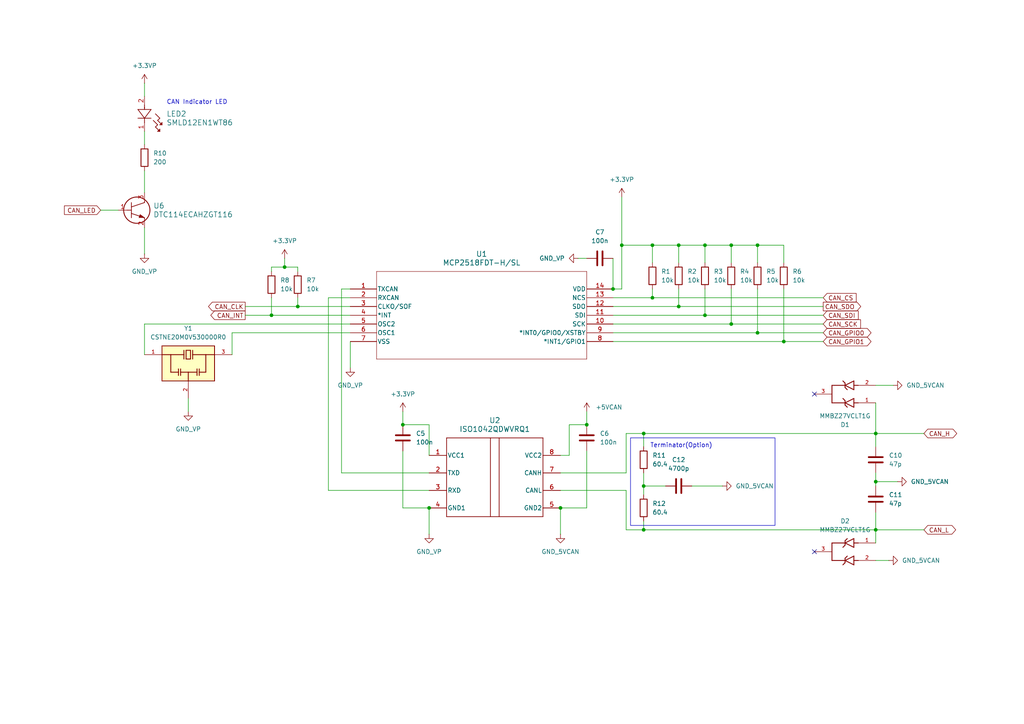
<source format=kicad_sch>
(kicad_sch (version 20250114) (generator "eeschema") (generator_version "9.0")
  (paper "A4")
  (title_block (title "CAN Isolation_Power Board") (date "2025-11-06") (rev "Ver.1.1") (company "ISHI-Kai"))
  (lib_symbols
    (symbol "CSTNE20M0V530000R0:CSTNE20M0V530000R0" (pin_names (offset 1.016))
      (property "Reference" "Y" (at -7.62 6.35 0))
      (property "Value" "CSTNE20M0V530000R0" (at 1.27 -6.35 0))
      (symbol "CSTNE20M0V530000R0_0_0"
        (polyline (pts (xy -7.62 2.54) (xy -5.08 2.54)) (stroke (width 0.254)))
        (rectangle (start -7.62 -5.08) (end 7.62 5.08) (stroke (width 0.254)) (fill (type background)))
        (polyline (pts (xy -5.08 2.54) (xy -1.27 2.54)) (stroke (width 0.254)))
        (polyline (pts (xy -5.08 -2.54) (xy -5.08 2.54)) (stroke (width 0.254)))
        (polyline (pts (xy -2.8575 -1.5875) (xy -2.8575 -2.54)) (stroke (width 0.254)))
        (polyline (pts (xy -2.8575 -2.54) (xy -5.08 -2.54)) (stroke (width 0.254)))
        (polyline (pts (xy -2.8575 -2.54) (xy -2.8575 -3.4925)) (stroke (width 0.254)))
        (polyline (pts (xy -2.2225 -1.5875) (xy -2.2225 -2.54)) (stroke (width 0.254)))
        (polyline (pts (xy -2.2225 -2.54) (xy -2.2225 -3.4925)) (stroke (width 0.254)))
        (polyline (pts (xy -1.27 3.81) (xy -1.27 2.54)) (stroke (width 0.254)))
        (polyline (pts (xy -1.27 2.54) (xy -1.27 1.27)) (stroke (width 0.254)))
        (polyline (pts (xy -0.635 3.81) (xy 0.635 3.81)) (stroke (width 0.254)))
        (polyline (pts (xy -0.635 1.27) (xy -0.635 3.81)) (stroke (width 0.254)))
        (polyline (pts (xy 0 -2.54) (xy -2.2225 -2.54)) (stroke (width 0.254)))
        (polyline (pts (xy 0 -2.54) (xy 2.54 -2.54)) (stroke (width 0.254)))
        (polyline (pts (xy 0 -5.08) (xy 0 -2.54)) (stroke (width 0.254)))
        (polyline (pts (xy 0.635 3.81) (xy 0.635 1.27)) (stroke (width 0.254)))
        (polyline (pts (xy 0.635 1.27) (xy -0.635 1.27)) (stroke (width 0.254)))
        (polyline (pts (xy 1.27 3.81) (xy 1.27 2.54)) (stroke (width 0.254)))
        (polyline (pts (xy 1.27 2.54) (xy 1.27 1.27)) (stroke (width 0.254)))
        (polyline (pts (xy 1.27 2.54) (xy 5.08 2.54)) (stroke (width 0.254)))
        (polyline (pts (xy 2.54 -1.5875) (xy 2.54 -2.54)) (stroke (width 0.254)))
        (polyline (pts (xy 2.54 -2.54) (xy 2.54 -3.4925)) (stroke (width 0.254)))
        (polyline (pts (xy 3.175 -1.5875) (xy 3.175 -2.54)) (stroke (width 0.254)))
        (polyline (pts (xy 3.175 -2.54) (xy 3.175 -3.4925)) (stroke (width 0.254)))
        (polyline (pts (xy 3.175 -2.54) (xy 5.08 -2.54)) (stroke (width 0.254)))
        (polyline (pts (xy 5.08 2.54) (xy 7.62 2.54)) (stroke (width 0.254)))
        (polyline (pts (xy 5.08 -2.54) (xy 5.08 2.54)) (stroke (width 0.254)))
        (pin input line (at -12.7 2.54 0) (length 5.08) (name "~") (number "1"))
        (pin power_in line (at 0 -10.16 90) (length 5.08) (name "~") (number "2"))
        (pin output line (at 12.7 2.54 180) (length 5.08) (name "~") (number "3"))
      )
    )
    (symbol "DTC114ECAHZGT116:DTC114ECAHZGT116" (pin_names (offset 0.254))
      (property "Reference" "U6" (at 10.16 1.2701 0))
      (property "Value" "DTC114ECAHZGT116" (at 10.16 -1.2699 0))
      (symbol "DTC114ECAHZGT116_0_1"
        (polyline (pts (xy 2.54 0) (xy 3.81 0)) (stroke (width 0.2032)))
        (polyline (pts (xy 3.81 0.9398) (xy 7.62 2.2098)) (stroke (width 0.2032)))
        (polyline (pts (xy 3.81 -0.9398) (xy 7.62 -2.2098)) (stroke (width 0.2032)))
        (polyline (pts (xy 3.81 -2.2098) (xy 3.81 2.2098)) (stroke (width 0.2032)))
        (circle (center 5.3848 0) (radius 3.81) (stroke (width 0.254)))
        (polyline (pts (xy 6.0198 -2.2098) (xy 6.35 -1.27) (xy 7.62 -2.2098)) (fill (type outline)))
        (polyline (pts (xy 7.62 2.2098) (xy 7.62 2.54)) (stroke (width 0.2032)))
        (polyline (pts (xy 7.62 -2.54) (xy 7.62 -2.2098)) (stroke (width 0.2032)))
        (pin unspecified line (at 7.62 5.08 270) (length 2.54) (name "") (number "3"))
      )
      (symbol "DTC114ECAHZGT116_1_1"
        (pin unspecified line (at 0 0 0) (length 2.54) (name "") (number "1"))
        (pin unspecified line (at 7.62 -5.08 90) (length 2.54) (name "") (number "2"))
      )
    )
    (symbol "Device:C" (pin_numbers (hide yes)) (pin_names (offset 0.254))
      (property "Reference" "C" (at 0.635 2.54 0))
      (property "Value" "C" (at 0.635 -2.54 0))
      (symbol "C_0_1"
        (polyline (pts (xy -2.032 0.762) (xy 2.032 0.762)) (stroke (width 0.508)))
        (polyline (pts (xy -2.032 -0.762) (xy 2.032 -0.762)) (stroke (width 0.508)))
      )
      (symbol "C_1_1"
        (pin passive line (at 0 3.81 270) (length 2.794) (name "~") (number "1"))
        (pin passive line (at 0 -3.81 90) (length 2.794) (name "~") (number "2"))
      )
    )
    (symbol "Device:R" (pin_numbers (hide yes)) (pin_names (offset 0))
      (property "Reference" "R" (at 2.032 0 90))
      (property "Value" "R" (at 0 0 90))
      (symbol "R_0_1"
        (rectangle (start -1.016 -2.54) (end 1.016 2.54) (stroke (width 0.254)))
      )
      (symbol "R_1_1"
        (pin passive line (at 0 3.81 270) (length 1.27) (name "~") (number "1"))
        (pin passive line (at 0 -3.81 90) (length 1.27) (name "~") (number "2"))
      )
    )
    (symbol "ISO1042QDWVRQ1:ISO1042QDWVRQ1" (pin_names (offset 0.254))
      (property "Reference" "U" (at 0 2.54 0))
      (property "Value" "ISO1042QDWVRQ1" (at 0 0 0))
      (symbol "ISO1042QDWVRQ1_0_1"
        (polyline (pts (xy 5.08 5.08) (xy 5.08 -17.78)) (stroke (width 0.2032)))
        (polyline (pts (xy 5.08 -17.78) (xy 33.02 -17.78)) (stroke (width 0.2032)))
        (polyline (pts (xy 17.78 5.08) (xy 17.78 -17.78)) (stroke (width 0.2032)))
        (polyline (pts (xy 20.32 5.08) (xy 20.32 -17.78)) (stroke (width 0.2032)))
        (polyline (pts (xy 33.02 5.08) (xy 5.08 5.08)) (stroke (width 0.2032)))
        (polyline (pts (xy 33.02 -17.78) (xy 33.02 5.08)) (stroke (width 0.2032)))
        (pin power_in line (at 0 0 0) (length 5.08) (name "VCC1") (number "1"))
        (pin input line (at 0 -5.08 0) (length 5.08) (name "TXD") (number "2"))
        (pin output line (at 0 -10.16 0) (length 5.08) (name "RXD") (number "3"))
        (pin power_in line (at 0 -15.24 0) (length 5.08) (name "GND1") (number "4"))
        (pin power_in line (at 38.1 0 180) (length 5.08) (name "VCC2") (number "8"))
        (pin bidirectional line (at 38.1 -5.08 180) (length 5.08) (name "CANH") (number "7"))
        (pin bidirectional line (at 38.1 -10.16 180) (length 5.08) (name "CANL") (number "6"))
        (pin power_in line (at 38.1 -15.24 180) (length 5.08) (name "GND2") (number "5"))
      )
    )
    (symbol "MCP2518FDT_H_SL:MCP2518FDT-H_SL" (pin_names (offset 0.254))
      (property "Reference" "U" (at 38.1 10.16 0))
      (property "Value" "MCP2518FDT-H/SL" (at 38.1 7.62 0))
      (symbol "MCP2518FDT-H_SL_0_1"
        (polyline (pts (xy 7.62 5.08) (xy 7.62 -20.32)) (stroke (width 0.127)))
        (polyline (pts (xy 7.62 -20.32) (xy 68.58 -20.32)) (stroke (width 0.127)))
        (polyline (pts (xy 68.58 5.08) (xy 7.62 5.08)) (stroke (width 0.127)))
        (polyline (pts (xy 68.58 -20.32) (xy 68.58 5.08)) (stroke (width 0.127)))
        (pin output line (at 0 0 0) (length 7.62) (name "TXCAN") (number "1"))
        (pin input line (at 0 -2.54 0) (length 7.62) (name "RXCAN") (number "2"))
        (pin output line (at 0 -5.08 0) (length 7.62) (name "CLKO/SOF") (number "3"))
        (pin output line (at 0 -7.62 0) (length 7.62) (name "*INT") (number "4"))
        (pin output line (at 0 -10.16 0) (length 7.62) (name "OSC2") (number "5"))
        (pin input line (at 0 -12.7 0) (length 7.62) (name "OSC1") (number "6"))
        (pin power_out line (at 0 -15.24 0) (length 7.62) (name "VSS") (number "7"))
        (pin power_in line (at 76.2 0 180) (length 7.62) (name "VDD") (number "14"))
        (pin input line (at 76.2 -2.54 180) (length 7.62) (name "NCS") (number "13"))
        (pin output line (at 76.2 -5.08 180) (length 7.62) (name "SDO") (number "12"))
        (pin input line (at 76.2 -7.62 180) (length 7.62) (name "SDI") (number "11"))
        (pin input line (at 76.2 -10.16 180) (length 7.62) (name "SCK") (number "10"))
        (pin bidirectional line (at 76.2 -12.7 180) (length 7.62) (name "*INT0/GPIO0/XSTBY") (number "9"))
        (pin bidirectional line (at 76.2 -15.24 180) (length 7.62) (name "*INT1/GPIO1") (number "8"))
      )
    )
    (symbol "MMBZ27VCLT1G:MMBZ27VCLT1G" (pin_names (offset 1.016))
      (property "Reference" "D" (at -7.62 5.08 0))
      (property "Value" "MMBZ27VCLT1G" (at -7.62 -6.35 0))
      (symbol "MMBZ27VCLT1G_0_0"
        (polyline (pts (xy -2.54 2.54) (xy -1.27 2.54)) (stroke (width 0.254)))
        (polyline (pts (xy -2.54 -2.54) (xy -1.27 -2.54)) (stroke (width 0.254)))
        (polyline (pts (xy -1.27 3.81) (xy -1.27 2.54)) (stroke (width 0.254)))
        (polyline (pts (xy -1.27 2.54) (xy -1.27 1.27)) (stroke (width 0.254)))
        (polyline (pts (xy -1.27 1.27) (xy 1.27 2.54)) (stroke (width 0.254)))
        (polyline (pts (xy -1.27 -1.27) (xy -1.27 -2.54)) (stroke (width 0.254)))
        (polyline (pts (xy -1.27 -2.54) (xy -1.27 -3.81)) (stroke (width 0.254)))
        (polyline (pts (xy -1.27 -3.81) (xy 1.27 -2.54)) (stroke (width 0.254)))
        (polyline (pts (xy 0.635 3.81) (xy 1.27 3.175)) (stroke (width 0.254)))
        (polyline (pts (xy 0.635 -1.27) (xy 1.27 -1.905)) (stroke (width 0.254)))
        (polyline (pts (xy 1.27 3.175) (xy 1.27 2.54)) (stroke (width 0.254)))
        (polyline (pts (xy 1.27 2.54) (xy -1.27 3.81)) (stroke (width 0.254)))
        (polyline (pts (xy 1.27 2.54) (xy 1.27 1.905)) (stroke (width 0.254)))
        (polyline (pts (xy 1.27 1.905) (xy 1.905 1.27)) (stroke (width 0.254)))
        (polyline (pts (xy 1.27 -1.905) (xy 1.27 -2.54)) (stroke (width 0.254)))
        (polyline (pts (xy 1.27 -2.54) (xy -1.27 -1.27)) (stroke (width 0.254)))
        (polyline (pts (xy 1.27 -2.54) (xy 1.27 -3.175)) (stroke (width 0.254)))
        (polyline (pts (xy 1.27 -3.175) (xy 1.905 -3.81)) (stroke (width 0.254)))
        (polyline (pts (xy 5.08 2.54) (xy 1.27 2.54)) (stroke (width 0.254)))
        (polyline (pts (xy 5.08 2.54) (xy 5.08 -2.54)) (stroke (width 0.254)))
        (polyline (pts (xy 5.08 -2.54) (xy 1.27 -2.54)) (stroke (width 0.254)))
        (pin passive line (at -7.62 2.54 0) (length 5.08) (name "~") (number "1"))
        (pin passive line (at -7.62 -2.54 0) (length 5.08) (name "~") (number "2"))
        (pin passive line (at 10.16 0 180) (length 5.08) (name "~") (number "3"))
      )
    )
    (symbol "SMLD12EN1WT86:SMLD12EN1WT86" (pin_names (offset 0.254))
      (property "Reference" "R" (at 5.08 -4.445 0))
      (property "Value" "SMLD12EN1WT86" (at 5.08 -7.62 0))
      (symbol "SMLD12EN1WT86_1_1"
        (polyline (pts (xy 2.54 0) (xy 3.4798 0)) (stroke (width 0.2032)))
        (polyline (pts (xy 3.175 0) (xy 3.81 0)) (stroke (width 0.2032)))
        (polyline (pts (xy 3.81 1.905) (xy 3.81 -1.905)) (stroke (width 0.2032)))
        (polyline (pts (xy 3.81 -1.905) (xy 6.35 0)) (stroke (width 0.2032)))
        (polyline (pts (xy 5.08 3.175) (xy 6.35 4.445)) (stroke (width 0.2032)))
        (polyline (pts (xy 6.35 4.445) (xy 6.985 3.81)) (stroke (width 0.2032)))
        (polyline (pts (xy 6.35 0) (xy 3.81 1.905)) (stroke (width 0.2032)))
        (polyline (pts (xy 6.35 0) (xy 7.62 0)) (stroke (width 0.2032)))
        (polyline (pts (xy 6.35 -1.905) (xy 6.35 1.905)) (stroke (width 0.2032)))
        (polyline (pts (xy 6.985 3.81) (xy 8.255 5.08)) (stroke (width 0.2032)))
        (polyline (pts (xy 6.985 2.54) (xy 8.255 3.81)) (stroke (width 0.2032)))
        (polyline (pts (xy 7.62 5.08) (xy 8.255 4.445)) (stroke (width 0.2032)))
        (polyline (pts (xy 8.255 5.08) (xy 7.62 5.08)) (stroke (width 0.2032)))
        (polyline (pts (xy 8.255 4.445) (xy 8.255 5.08)) (stroke (width 0.2032)))
        (polyline (pts (xy 8.255 3.81) (xy 8.89 3.175)) (stroke (width 0.2032)))
        (polyline (pts (xy 8.89 3.175) (xy 10.16 4.445)) (stroke (width 0.2032)))
        (polyline (pts (xy 9.525 4.445) (xy 10.16 3.81)) (stroke (width 0.2032)))
        (polyline (pts (xy 10.16 4.445) (xy 9.525 4.445)) (stroke (width 0.2032)))
        (polyline (pts (xy 10.16 3.81) (xy 10.16 4.445)) (stroke (width 0.2032)))
        (pin unspecified line (at 0 0 0) (length 2.54) (name "") (number "2"))
        (pin unspecified line (at 10.16 0 180) (length 2.54) (name "") (number "1"))
      )
      (symbol "SMLD12EN1WT86_1_2"
        (polyline (pts (xy -5.08 8.255) (xy -5.08 7.62)) (stroke (width 0.2032)))
        (polyline (pts (xy -5.08 7.62) (xy -4.445 8.255)) (stroke (width 0.2032)))
        (polyline (pts (xy -4.445 10.16) (xy -4.445 9.525)) (stroke (width 0.2032)))
        (polyline (pts (xy -4.445 9.525) (xy -3.81 10.16)) (stroke (width 0.2032)))
        (polyline (pts (xy -4.445 8.255) (xy -5.08 8.255)) (stroke (width 0.2032)))
        (polyline (pts (xy -4.445 6.35) (xy -3.81 6.985)) (stroke (width 0.2032)))
        (polyline (pts (xy -3.81 10.16) (xy -4.445 10.16)) (stroke (width 0.2032)))
        (polyline (pts (xy -3.81 8.255) (xy -3.175 8.89)) (stroke (width 0.2032)))
        (polyline (pts (xy -3.81 6.985) (xy -5.08 8.255)) (stroke (width 0.2032)))
        (polyline (pts (xy -3.175 8.89) (xy -4.445 10.16)) (stroke (width 0.2032)))
        (polyline (pts (xy -3.175 5.08) (xy -4.445 6.35)) (stroke (width 0.2032)))
        (polyline (pts (xy -2.54 6.985) (xy -3.81 8.255)) (stroke (width 0.2032)))
        (polyline (pts (xy -1.905 3.81) (xy 1.905 3.81)) (stroke (width 0.2032)))
        (polyline (pts (xy 0 6.35) (xy -1.905 3.81)) (stroke (width 0.2032)))
        (polyline (pts (xy 0 6.35) (xy 0 7.62)) (stroke (width 0.2032)))
        (polyline (pts (xy 0 3.175) (xy 0 3.81)) (stroke (width 0.2032)))
        (polyline (pts (xy 0 2.54) (xy 0 3.4798)) (stroke (width 0.2032)))
        (polyline (pts (xy 1.905 6.35) (xy -1.905 6.35)) (stroke (width 0.2032)))
        (polyline (pts (xy 1.905 3.81) (xy 0 6.35)) (stroke (width 0.2032)))
        (pin unspecified line (at 0 10.16 270) (length 2.54) (name "") (number "1"))
        (pin unspecified line (at 0 0 90) (length 2.54) (name "") (number "2"))
      )
    )
    (symbol "power:+3.3VP" (power) (pin_numbers (hide yes)) (pin_names (offset 0) (hide yes))
      (property "Value" "+3.3VP" (at 0 3.556 0))
      (symbol "+3.3VP_0_0"
        (pin power_in line (at 0 0 90) (length 0) (name "~") (number "1"))
      )
      (symbol "+3.3VP_0_1"
        (polyline (pts (xy -0.762 1.27) (xy 0 2.54)))
        (polyline (pts (xy 0 2.54) (xy 0.762 1.27)))
        (polyline (pts (xy 0 0) (xy 0 2.54)))
      )
    )
    (symbol "power:+5C" (power) (pin_numbers (hide yes)) (pin_names (offset 0) (hide yes))
      (property "Value" "+5C" (at 0 3.556 0))
      (symbol "+5C_0_1"
        (polyline (pts (xy -0.762 1.27) (xy 0 2.54)))
        (polyline (pts (xy 0 2.54) (xy 0.762 1.27)))
        (polyline (pts (xy 0 0) (xy 0 2.54)))
      )
      (symbol "+5C_1_1"
        (pin power_in line (at 0 0 90) (length 0) (name "~") (number "1"))
      )
    )
    (symbol "power:GND1" (power) (pin_numbers (hide yes)) (pin_names (offset 0) (hide yes))
      (property "Value" "GND1" (at 0 -3.81 0))
      (symbol "GND1_0_1"
        (polyline (pts (xy 0 0) (xy 0 -1.27) (xy 1.27 -1.27) (xy 0 -2.54) (xy -1.27 -1.27) (xy 0 -1.27)))
      )
      (symbol "GND1_1_1"
        (pin power_in line (at 0 0 270) (length 0) (name "~") (number "1"))
      )
    )
    (symbol "power:GND2" (power) (pin_numbers (hide yes)) (pin_names (offset 0) (hide yes))
      (property "Value" "GND2" (at 0 -3.81 0))
      (symbol "GND2_0_1"
        (polyline (pts (xy 0 0) (xy 0 -1.27) (xy 1.27 -1.27) (xy 0 -2.54) (xy -1.27 -1.27) (xy 0 -1.27)))
      )
      (symbol "GND2_1_1"
        (pin power_in line (at 0 0 270) (length 0) (name "~") (number "1"))
      )
    )
  )
  (rectangle (start 182.88 127) (end 224.79 152.4))
  (text "CAN Indicator LED" (at 57.15 29.718 0) (effects (font (size 1.27 1.27))))
  (text "Terminator(Option)" (at 197.612 129.286 0) (effects (font (size 1.27 1.27))))
  (junction (at 189.23 71.12))
  (junction (at 116.84 123.19))
  (junction (at 86.36 88.9))
  (junction (at 254 139.7))
  (junction (at 180.34 71.12))
  (junction (at 82.55 77.47))
  (junction (at 78.74 91.44))
  (junction (at 219.71 71.12))
  (junction (at 212.09 93.98))
  (junction (at 227.33 99.06))
  (junction (at 254 153.67))
  (junction (at 189.23 86.36))
  (junction (at 186.69 153.67))
  (junction (at 196.85 71.12))
  (junction (at 124.46 147.32))
  (junction (at 177.8 83.82))
  (junction (at 219.71 96.52))
  (junction (at 196.85 88.9))
  (junction (at 186.69 125.73))
  (junction (at 204.47 91.44))
  (junction (at 204.47 71.12))
  (junction (at 162.56 147.32))
  (junction (at 212.09 71.12))
  (junction (at 254 125.73))
  (junction (at 170.18 123.19))
  (junction (at 186.69 140.97))
  (no_connect (at 236.22 160.02))
  (no_connect (at 236.22 114.3))
  (wire (pts (xy 177.8 96.52) (xy 219.71 96.52)))
  (wire (pts (xy 177.8 91.44) (xy 204.47 91.44)))
  (wire (pts (xy 116.84 123.19) (xy 124.46 123.19)))
  (wire (pts (xy 86.36 78.74) (xy 86.36 77.47)))
  (wire (pts (xy 254 125.73) (xy 254 129.54)))
  (wire (pts (xy 71.12 88.9) (xy 86.36 88.9)))
  (wire (pts (xy 189.23 71.12) (xy 189.23 76.2)))
  (wire (pts (xy 180.34 83.82) (xy 177.8 83.82)))
  (wire (pts (xy 254 148.59) (xy 254 153.67)))
  (wire (pts (xy 254 125.73) (xy 267.97 125.73)))
  (wire (pts (xy 212.09 71.12) (xy 212.09 76.2)))
  (wire (pts (xy 196.85 83.82) (xy 196.85 88.9)))
  (wire (pts (xy 54.61 115.57) (xy 54.61 119.38)))
  (wire (pts (xy 212.09 83.82) (xy 212.09 93.98)))
  (wire (pts (xy 41.91 49.53) (xy 41.91 55.88)))
  (wire (pts (xy 180.34 57.15) (xy 180.34 71.12)))
  (wire (pts (xy 189.23 83.82) (xy 189.23 86.36)))
  (wire (pts (xy 254 162.56) (xy 257.81 162.56)))
  (wire (pts (xy 180.34 71.12) (xy 180.34 83.82)))
  (wire (pts (xy 86.36 88.9) (xy 101.6 88.9)))
  (wire (pts (xy 227.33 99.06) (xy 238.76 99.06)))
  (wire (pts (xy 41.91 102.87) (xy 41.91 93.98)))
  (wire (pts (xy 186.69 140.97) (xy 193.04 140.97)))
  (wire (pts (xy 186.69 140.97) (xy 186.69 143.51)))
  (wire (pts (xy 124.46 132.08) (xy 124.46 123.19)))
  (wire (pts (xy 181.61 153.67) (xy 181.61 142.24)))
  (wire (pts (xy 99.06 83.82) (xy 101.6 83.82)))
  (wire (pts (xy 170.18 147.32) (xy 162.56 147.32)))
  (wire (pts (xy 254 139.7) (xy 260.35 139.7)))
  (wire (pts (xy 196.85 71.12) (xy 189.23 71.12)))
  (wire (pts (xy 101.6 96.52) (xy 67.31 96.52)))
  (wire (pts (xy 165.1 123.19) (xy 170.18 123.19)))
  (wire (pts (xy 219.71 71.12) (xy 212.09 71.12)))
  (wire (pts (xy 196.85 88.9) (xy 238.76 88.9)))
  (wire (pts (xy 116.84 147.32) (xy 124.46 147.32)))
  (wire (pts (xy 170.18 130.81) (xy 170.18 147.32)))
  (wire (pts (xy 227.33 83.82) (xy 227.33 99.06)))
  (wire (pts (xy 181.61 125.73) (xy 186.69 125.73)))
  (wire (pts (xy 177.8 86.36) (xy 189.23 86.36)))
  (wire (pts (xy 82.55 77.47) (xy 78.74 77.47)))
  (wire (pts (xy 78.74 91.44) (xy 101.6 91.44)))
  (wire (pts (xy 41.91 66.04) (xy 41.91 73.66)))
  (wire (pts (xy 67.31 96.52) (xy 67.31 102.87)))
  (wire (pts (xy 186.69 125.73) (xy 254 125.73)))
  (wire (pts (xy 71.12 91.44) (xy 78.74 91.44)))
  (wire (pts (xy 212.09 93.98) (xy 238.76 93.98)))
  (wire (pts (xy 116.84 119.38) (xy 116.84 123.19)))
  (wire (pts (xy 204.47 71.12) (xy 196.85 71.12)))
  (wire (pts (xy 41.91 93.98) (xy 101.6 93.98)))
  (wire (pts (xy 101.6 99.06) (xy 101.6 106.68)))
  (wire (pts (xy 254 116.84) (xy 254 125.73)))
  (wire (pts (xy 162.56 137.16) (xy 181.61 137.16)))
  (wire (pts (xy 99.06 137.16) (xy 99.06 83.82)))
  (wire (pts (xy 254 153.67) (xy 267.97 153.67)))
  (wire (pts (xy 204.47 83.82) (xy 204.47 91.44)))
  (wire (pts (xy 181.61 125.73) (xy 181.61 137.16)))
  (wire (pts (xy 177.8 74.93) (xy 177.8 83.82)))
  (wire (pts (xy 254 139.7) (xy 254 140.97)))
  (wire (pts (xy 170.18 119.38) (xy 170.18 123.19)))
  (wire (pts (xy 219.71 83.82) (xy 219.71 96.52)))
  (wire (pts (xy 177.8 88.9) (xy 196.85 88.9)))
  (wire (pts (xy 165.1 132.08) (xy 165.1 123.19)))
  (wire (pts (xy 189.23 86.36) (xy 238.76 86.36)))
  (wire (pts (xy 254 111.76) (xy 259.08 111.76)))
  (wire (pts (xy 204.47 91.44) (xy 238.76 91.44)))
  (wire (pts (xy 29.21 60.96) (xy 34.29 60.96)))
  (wire (pts (xy 86.36 77.47) (xy 82.55 77.47)))
  (wire (pts (xy 219.71 71.12) (xy 219.71 76.2)))
  (wire (pts (xy 95.25 86.36) (xy 95.25 142.24)))
  (wire (pts (xy 177.8 93.98) (xy 212.09 93.98)))
  (wire (pts (xy 167.64 74.93) (xy 170.18 74.93)))
  (wire (pts (xy 116.84 130.81) (xy 116.84 147.32)))
  (wire (pts (xy 186.69 153.67) (xy 254 153.67)))
  (wire (pts (xy 254 137.16) (xy 254 139.7)))
  (wire (pts (xy 204.47 71.12) (xy 204.47 76.2)))
  (wire (pts (xy 162.56 147.32) (xy 162.56 154.94)))
  (wire (pts (xy 41.91 24.13) (xy 41.91 27.94)))
  (wire (pts (xy 86.36 86.36) (xy 86.36 88.9)))
  (wire (pts (xy 162.56 142.24) (xy 181.61 142.24)))
  (wire (pts (xy 212.09 71.12) (xy 204.47 71.12)))
  (wire (pts (xy 162.56 132.08) (xy 165.1 132.08)))
  (wire (pts (xy 101.6 86.36) (xy 95.25 86.36)))
  (wire (pts (xy 41.91 38.1) (xy 41.91 41.91)))
  (wire (pts (xy 124.46 137.16) (xy 99.06 137.16)))
  (wire (pts (xy 181.61 153.67) (xy 186.69 153.67)))
  (wire (pts (xy 254 153.67) (xy 254 157.48)))
  (wire (pts (xy 186.69 137.16) (xy 186.69 140.97)))
  (wire (pts (xy 196.85 71.12) (xy 196.85 76.2)))
  (wire (pts (xy 186.69 151.13) (xy 186.69 153.67)))
  (wire (pts (xy 95.25 142.24) (xy 124.46 142.24)))
  (wire (pts (xy 78.74 77.47) (xy 78.74 78.74)))
  (wire (pts (xy 186.69 125.73) (xy 186.69 129.54)))
  (wire (pts (xy 219.71 96.52) (xy 238.76 96.52)))
  (wire (pts (xy 189.23 71.12) (xy 180.34 71.12)))
  (wire (pts (xy 200.66 140.97) (xy 209.55 140.97)))
  (wire (pts (xy 124.46 147.32) (xy 124.46 154.94)))
  (wire (pts (xy 177.8 99.06) (xy 227.33 99.06)))
  (wire (pts (xy 227.33 76.2) (xy 227.33 71.12)))
  (wire (pts (xy 78.74 86.36) (xy 78.74 91.44)))
  (wire (pts (xy 82.55 74.93) (xy 82.55 77.47)))
  (wire (pts (xy 227.33 71.12) (xy 219.71 71.12)))
  (global_label "CAN_H" (shape bidirectional) (at 267.97 125.73 0) (property "Intersheetrefs" "${INTERSHEET_REFS}" (effects (hide yes))))
  (global_label "CAN_L" (shape bidirectional) (at 267.97 153.67 0) (property "Intersheetrefs" "${INTERSHEET_REFS}" (effects (hide yes))))
  (global_label "CAN_INT" (shape output) (at 71.12 91.44 180) (property "Intersheetrefs" "${INTERSHEET_REFS}" (effects (hide yes))))
  (global_label "CAN_CLK" (shape output) (at 71.12 88.9 180) (property "Intersheetrefs" "${INTERSHEET_REFS}" (effects (hide yes))))
  (global_label "CAN_GPIO1" (shape bidirectional) (at 238.76 99.06 0) (property "Intersheetrefs" "${INTERSHEET_REFS}" (effects (hide yes))))
  (global_label "CAN_GPIO0" (shape bidirectional) (at 238.76 96.52 0) (property "Intersheetrefs" "${INTERSHEET_REFS}" (effects (hide yes))))
  (global_label "CAN_SDI" (shape input) (at 238.76 91.44 0) (property "Intersheetrefs" "${INTERSHEET_REFS}" (effects (hide yes))))
  (global_label "CAN_SCK" (shape input) (at 238.76 93.98 0) (property "Intersheetrefs" "${INTERSHEET_REFS}" (effects (hide yes))))
  (global_label "CAN_SDO" (shape output) (at 238.76 88.9 0) (property "Intersheetrefs" "${INTERSHEET_REFS}" (effects (hide yes))))
  (global_label "CAN_CS" (shape input) (at 238.76 86.36 0) (property "Intersheetrefs" "${INTERSHEET_REFS}" (effects (hide yes))))
  (global_label "CAN_LED" (shape input) (at 29.21 60.96 180) (property "Intersheetrefs" "${INTERSHEET_REFS}" (effects (hide yes))))
  (symbol (lib_id "Device:R") (at 212.09 80.01 0) (unit 1)
    (property "Reference" "R4" (at 214.63 78.7399 0) (effects (justify left)))
    (property "Value" "10k" (at 214.63 81.2799 0) (effects (justify left)))
    (property "Footprint" "Resistor_SMD:R_0603_1608Metric" (effects (hide yes)))
    (property "Description" "Resistor" (effects (hide yes)))
  )
  (symbol (lib_id "Device:R") (at 78.74 82.55 0) (unit 1)
    (property "Reference" "R8" (at 81.28 81.2799 0) (effects (justify left)))
    (property "Value" "10k" (at 81.28 83.8199 0) (effects (justify left)))
    (property "Footprint" "Resistor_SMD:R_0603_1608Metric" (effects (hide yes)))
    (property "Description" "Resistor" (effects (hide yes)))
  )
  (symbol (lib_id "Device:R") (at 219.71 80.01 0) (unit 1)
    (property "Reference" "R5" (at 222.25 78.7399 0) (effects (justify left)))
    (property "Value" "10k" (at 222.25 81.2799 0) (effects (justify left)))
    (property "Footprint" "Resistor_SMD:R_0603_1608Metric" (effects (hide yes)))
    (property "Description" "Resistor" (effects (hide yes)))
  )
  (symbol (lib_id "Device:R") (at 186.69 133.35 0) (unit 1)
    (property "Reference" "R11" (at 189.23 132.0799 0) (effects (justify left)))
    (property "Value" "60.4" (at 189.23 134.6199 0) (effects (justify left)))
    (property "Footprint" "Resistor_THT:R_Axial_DIN0207_L6.3mm_D2.5mm_P7.62mm_Horizontal" (effects (hide yes)))
    (property "Description" "Resistor" (effects (hide yes)))
  )
  (symbol (lib_id "MMBZ27VCLT1G:MMBZ27VCLT1G") (at 246.38 114.3 180) (unit 1)
    (property "Reference" "D1" (at 245.11 123.19 0))
    (property "Value" "MMBZ27VCLT1G" (at 245.11 120.65 0))
    (property "Footprint" "CAN_Isolation:SOT95P237X111-3N" (effects (hide yes)))
    (property "PARTREV" "17" (effects (hide yes)))
    (property "STANDARD" "IPC-7351B" (effects (hide yes)))
    (property "MAXIMUM_PACKAGE_HEIGHT" "1.11mm" (effects (hide yes)))
    (property "MANUFACTURER" "ON Semiconductor" (effects (hide yes)))
  )
  (symbol (lib_id "power:GND1") (at 167.64 74.93 270) (mirror x) (unit 1)
    (property "Reference" "#PWR013" (effects (hide yes)))
    (property "Value" "GND_VP" (at 163.83 74.9299 90) (effects (justify right)))
    (property "Description" "Power symbol creates a global label with name \"GND1\" , ground" (effects (hide yes)))
  )
  (symbol (lib_id "power:GND2") (at 162.56 154.94 0) (unit 1)
    (property "Reference" "#PWR010" (effects (hide yes)))
    (property "Value" "GND_5VCAN" (at 162.56 160.02 0))
    (property "Description" "Power symbol creates a global label with name \"GND2\" , ground" (effects (hide yes)))
  )
  (symbol (lib_id "power:GND2") (at 259.08 111.76 90) (unit 1)
    (property "Reference" "#PWR022" (effects (hide yes)))
    (property "Value" "GND_5VCAN" (at 262.89 111.7599 90) (effects (justify right)))
    (property "Description" "Power symbol creates a global label with name \"GND2\" , ground" (effects (hide yes)))
  )
  (symbol (lib_id "power:GND2") (at 260.35 139.7 90) (unit 1)
    (property "Reference" "#PWR024" (effects (hide yes)))
    (property "Value" "GND_5VCAN" (at 264.16 139.6999 90) (effects (justify right)))
    (property "Description" "Power symbol creates a global label with name \"GND2\" , ground" (effects (hide yes)))
  )
  (symbol (lib_id "power:+3.3VP") (at 116.84 119.38 0) (unit 1)
    (property "Reference" "#PWR02" (effects (hide yes)))
    (property "Value" "+3.3VP" (at 116.84 114.3 0))
    (property "Description" "Power symbol creates a global label with name \"+3.3VP\"" (effects (hide yes)))
  )
  (symbol (lib_id "Device:C") (at 254 144.78 0) (unit 1)
    (property "Reference" "C11" (at 257.81 143.5099 0) (effects (justify left)))
    (property "Value" "47p" (at 257.81 146.0499 0) (effects (justify left)))
    (property "Footprint" "Capacitor_SMD:C_0603_1608Metric" (effects (hide yes)))
    (property "Description" "Unpolarized capacitor" (effects (hide yes)))
  )
  (symbol (lib_id "Device:C") (at 173.99 74.93 90) (unit 1)
    (property "Reference" "C7" (at 173.99 67.31 90))
    (property "Value" "100n" (at 173.99 69.85 90))
    (property "Footprint" "Capacitor_SMD:C_0603_1608Metric" (effects (hide yes)))
    (property "Description" "Unpolarized capacitor" (effects (hide yes)))
  )
  (symbol (lib_id "Device:C") (at 170.18 127 0) (unit 1)
    (property "Reference" "C6" (at 173.99 125.7299 0) (effects (justify left)))
    (property "Value" "100n" (at 173.99 128.2699 0) (effects (justify left)))
    (property "Footprint" "Capacitor_SMD:C_0603_1608Metric" (effects (hide yes)))
    (property "Description" "Unpolarized capacitor" (effects (hide yes)))
  )
  (symbol (lib_id "Device:C") (at 254 133.35 0) (unit 1)
    (property "Reference" "C10" (at 257.81 132.0799 0) (effects (justify left)))
    (property "Value" "47p" (at 257.81 134.6199 0) (effects (justify left)))
    (property "Footprint" "Capacitor_SMD:C_0603_1608Metric" (effects (hide yes)))
    (property "Description" "Unpolarized capacitor" (effects (hide yes)))
  )
  (symbol (lib_id "Device:R") (at 227.33 80.01 0) (unit 1)
    (property "Reference" "R6" (at 229.87 78.7399 0) (effects (justify left)))
    (property "Value" "10k" (at 229.87 81.2799 0) (effects (justify left)))
    (property "Footprint" "Resistor_SMD:R_0603_1608Metric" (effects (hide yes)))
    (property "Description" "Resistor" (effects (hide yes)))
  )
  (symbol (lib_id "power:+3.3VP") (at 82.55 74.93 0) (unit 1)
    (property "Reference" "#PWR015" (effects (hide yes)))
    (property "Value" "+3.3VP" (at 82.55 69.85 0))
    (property "Description" "Power symbol creates a global label with name \"+3.3VP\"" (effects (hide yes)))
  )
  (symbol (lib_id "Device:C") (at 116.84 127 0) (unit 1)
    (property "Reference" "C5" (at 120.65 125.7299 0) (effects (justify left)))
    (property "Value" "100n" (at 120.65 128.2699 0) (effects (justify left)))
    (property "Footprint" "Capacitor_SMD:C_0603_1608Metric" (effects (hide yes)))
    (property "Description" "Unpolarized capacitor" (effects (hide yes)))
  )
  (symbol (lib_id "Device:R") (at 189.23 80.01 0) (unit 1)
    (property "Reference" "R1" (at 191.77 78.7399 0) (effects (justify left)))
    (property "Value" "10k" (at 191.77 81.2799 0) (effects (justify left)))
    (property "Footprint" "Resistor_SMD:R_0603_1608Metric" (effects (hide yes)))
    (property "Description" "Resistor" (effects (hide yes)))
  )
  (symbol (lib_id "DTC114ECAHZGT116:DTC114ECAHZGT116") (at 34.29 60.96 0) (unit 1)
    (property "Reference" "U6" (at 44.45 59.6899 0) (effects (font (size 1.524 1.524)) (justify left)))
    (property "Value" "DTC114ECAHZGT116" (at 44.45 62.2299 0) (effects (font (size 1.524 1.524)) (justify left)))
    (property "Footprint" "CAN_Isolation:TRANS_DTCZCAHZGT_ROM" (effects (hide yes)))
    (property "Datasheet" "DTC114ECAHZGT116" (effects (hide yes)))
  )
  (symbol (lib_id "Device:R") (at 186.69 147.32 0) (unit 1)
    (property "Reference" "R12" (at 189.23 146.0499 0) (effects (justify left)))
    (property "Value" "60.4" (at 189.23 148.5899 0) (effects (justify left)))
    (property "Footprint" "Resistor_THT:R_Axial_DIN0207_L6.3mm_D2.5mm_P7.62mm_Horizontal" (effects (hide yes)))
    (property "Description" "Resistor" (effects (hide yes)))
  )
  (symbol (lib_id "power:GND2") (at 257.81 162.56 90) (unit 1)
    (property "Reference" "#PWR023" (effects (hide yes)))
    (property "Value" "GND_5VCAN" (at 261.62 162.5599 90) (effects (justify right)))
    (property "Description" "Power symbol creates a global label with name \"GND2\" , ground" (effects (hide yes)))
  )
  (symbol (lib_id "ISO1042QDWVRQ1:ISO1042QDWVRQ1") (at 124.46 132.08 0) (unit 1)
    (property "Reference" "U2" (at 143.51 121.92 0) (effects (font (size 1.524 1.524))))
    (property "Value" "ISO1042QDWVRQ1" (at 143.51 124.46 0) (effects (font (size 1.524 1.524))))
    (property "Footprint" "CAN_Isolation:DWV0008A-IPC_A" (effects (hide yes)))
    (property "Datasheet" "https://www.ti.com/lit/gpn/iso1042-q1" (effects (hide yes)))
  )
  (symbol (lib_id "power:GND2") (at 209.55 140.97 90) (unit 1)
    (property "Reference" "#PWR021" (effects (hide yes)))
    (property "Value" "GND_5VCAN" (at 213.36 140.9699 90) (effects (justify right)))
    (property "Description" "Power symbol creates a global label with name \"GND2\" , ground" (effects (hide yes)))
  )
  (symbol (lib_id "power:+3.3VP") (at 180.34 57.15 0) (unit 1)
    (property "Reference" "#PWR06" (effects (hide yes)))
    (property "Value" "+3.3VP" (at 180.34 52.07 0))
    (property "Description" "Power symbol creates a global label with name \"+3.3VP\"" (effects (hide yes)))
  )
  (symbol (lib_id "power:GND1") (at 101.6 106.68 0) (unit 1)
    (property "Reference" "#PWR012" (effects (hide yes)))
    (property "Value" "GND_VP" (at 101.6 111.76 0))
    (property "Description" "Power symbol creates a global label with name \"GND1\" , ground" (effects (hide yes)))
  )
  (symbol (lib_id "power:GND1") (at 54.61 119.38 0) (unit 1)
    (property "Reference" "#PWR014" (effects (hide yes)))
    (property "Value" "GND_VP" (at 54.61 124.46 0))
    (property "Description" "Power symbol creates a global label with name \"GND1\" , ground" (effects (hide yes)))
  )
  (symbol (lib_id "SMLD12EN1WT86:SMLD12EN1WT86") (at 41.91 27.94 270) (unit 1)
    (property "Reference" "LED2" (at 48.26 33.0199 90) (effects (font (size 1.524 1.524)) (justify left)))
    (property "Value" "SMLD12EN1WT86" (at 48.26 35.5599 90) (effects (font (size 1.524 1.524)) (justify left)))
    (property "Footprint" "CAN_Isolation:SMLD12EN1WT86" (effects (hide yes)))
    (property "Datasheet" "SMLD12EN1WT86" (effects (hide yes)))
  )
  (symbol (lib_id "power:GND1") (at 41.91 73.66 0) (unit 1)
    (property "Reference" "#PWR017" (effects (hide yes)))
    (property "Value" "GND_VP" (at 41.91 78.74 0))
    (property "Description" "Power symbol creates a global label with name \"GND1\" , ground" (effects (hide yes)))
  )
  (symbol (lib_id "power:+5C") (at 170.18 119.38 0) (unit 1)
    (property "Reference" "#PWR04" (effects (hide yes)))
    (property "Value" "+5VCAN" (at 172.72 118.1099 0) (effects (justify left)))
    (property "Description" "Power symbol creates a global label with name \"+5C\"" (effects (hide yes)))
  )
  (symbol (lib_id "Device:R") (at 204.47 80.01 0) (unit 1)
    (property "Reference" "R3" (at 207.01 78.7399 0) (effects (justify left)))
    (property "Value" "10k" (at 207.01 81.2799 0) (effects (justify left)))
    (property "Footprint" "Resistor_SMD:R_0603_1608Metric" (effects (hide yes)))
    (property "Description" "Resistor" (effects (hide yes)))
  )
  (symbol (lib_id "power:+3.3VP") (at 41.91 24.13 0) (unit 1)
    (property "Reference" "#PWR016" (effects (hide yes)))
    (property "Value" "+3.3VP" (at 41.91 19.05 0))
    (property "Description" "Power symbol creates a global label with name \"+3.3VP\"" (effects (hide yes)))
  )
  (symbol (lib_id "CSTNE20M0V530000R0:CSTNE20M0V530000R0") (at 54.61 105.41 0) (unit 1)
    (property "Reference" "Y1" (at 54.61 95.25 0))
    (property "Value" "CSTNE20M0V530000R0" (at 54.61 97.79 0))
    (property "Footprint" "CAN_Isolation:OSC_CSTNE20M0V530000R0" (effects (hide yes)))
    (property "PARTREV" "JGC42-8853B" (effects (hide yes)))
    (property "MANUFACTURER" "Murata" (effects (hide yes)))
    (property "MAXIMUM_PACKAGE_HEIGHT" "1mm" (effects (hide yes)))
    (property "STANDARD" "Manufacturer Recomendations" (effects (hide yes)))
  )
  (symbol (lib_id "MMBZ27VCLT1G:MMBZ27VCLT1G") (at 246.38 160.02 0) (mirror y) (unit 1)
    (property "Reference" "D2" (at 245.11 151.13 0))
    (property "Value" "MMBZ27VCLT1G" (at 245.11 153.67 0))
    (property "Footprint" "CAN_Isolation:SOT95P237X111-3N" (effects (hide yes)))
    (property "PARTREV" "17" (effects (hide yes)))
    (property "STANDARD" "IPC-7351B" (effects (hide yes)))
    (property "MAXIMUM_PACKAGE_HEIGHT" "1.11mm" (effects (hide yes)))
    (property "MANUFACTURER" "ON Semiconductor" (effects (hide yes)))
  )
  (symbol (lib_id "Device:C") (at 196.85 140.97 90) (unit 1)
    (property "Reference" "C12" (at 196.85 133.35 90))
    (property "Value" "4700p" (at 196.85 135.89 90))
    (property "Footprint" "Capacitor_SMD:C_0603_1608Metric" (effects (hide yes)))
    (property "Description" "Unpolarized capacitor" (effects (hide yes)))
  )
  (symbol (lib_id "MCP2518FDT_H_SL:MCP2518FDT-H_SL") (at 101.6 83.82 0) (unit 1)
    (property "Reference" "U1" (at 139.7 73.66 0) (effects (font (size 1.524 1.524))))
    (property "Value" "MCP2518FDT-H/SL" (at 139.7 76.2 0) (effects (font (size 1.524 1.524))))
    (property "Footprint" "CAN_Isolation:SOIC14_150MIL_SL_MCH" (effects (hide yes)))
    (property "Datasheet" "MCP2518FDT-H/SL" (effects (hide yes)))
  )
  (symbol (lib_id "power:GND1") (at 124.46 154.94 0) (unit 1)
    (property "Reference" "#PWR011" (effects (hide yes)))
    (property "Value" "GND_VP" (at 124.46 160.02 0))
    (property "Description" "Power symbol creates a global label with name \"GND1\" , ground" (effects (hide yes)))
  )
  (symbol (lib_id "Device:R") (at 86.36 82.55 0) (unit 1)
    (property "Reference" "R7" (at 88.9 81.2799 0) (effects (justify left)))
    (property "Value" "10k" (at 88.9 83.8199 0) (effects (justify left)))
    (property "Footprint" "Resistor_SMD:R_0603_1608Metric" (effects (hide yes)))
    (property "Description" "Resistor" (effects (hide yes)))
  )
  (symbol (lib_id "Device:R") (at 196.85 80.01 0) (unit 1)
    (property "Reference" "R2" (at 199.39 78.7399 0) (effects (justify left)))
    (property "Value" "10k" (at 199.39 81.2799 0) (effects (justify left)))
    (property "Footprint" "Resistor_SMD:R_0603_1608Metric" (effects (hide yes)))
    (property "Description" "Resistor" (effects (hide yes)))
  )
  (symbol (lib_id "Device:R") (at 41.91 45.72 0) (unit 1)
    (property "Reference" "R10" (at 44.45 44.4499 0) (effects (justify left)))
    (property "Value" "200" (at 44.45 46.9899 0) (effects (justify left)))
    (property "Footprint" "Resistor_SMD:R_0603_1608Metric" (effects (hide yes)))
    (property "Description" "Resistor" (effects (hide yes)))
  )
)
</source>
